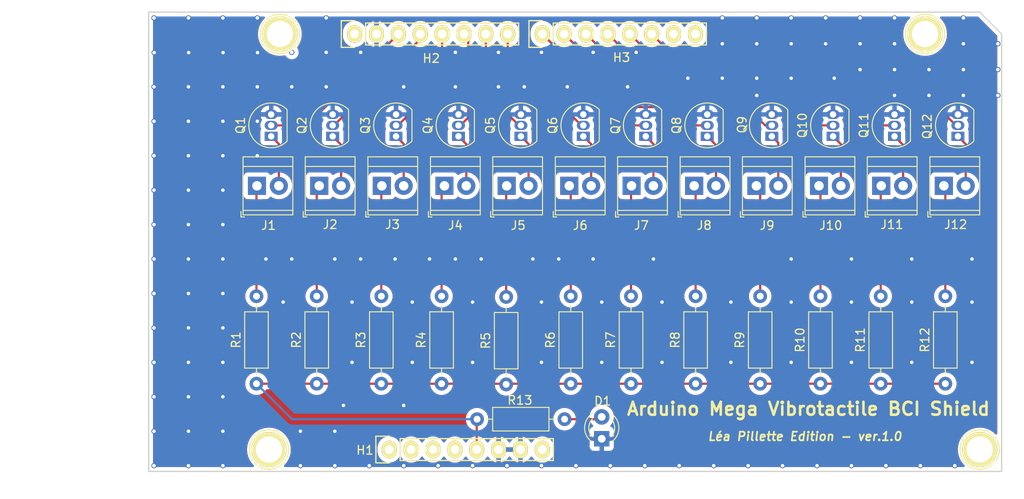
<source format=kicad_pcb>
(kicad_pcb (version 20211014) (generator pcbnew)
  (title_block (date "mar. 31 mars 2015"))
  (layers (0 "F.Cu" signal) (31 "B.Cu" signal) (34 "B.Paste" user) (35 "F.Paste" user) (36 "B.SilkS" user "B.Silkscreen") (37 "F.SilkS" user "F.Silkscreen") (38 "B.Mask" user) (39 "F.Mask" user) (44 "Edge.Cuts" user))
  (net 0 "")
  (net 1 "GND")
  (net 2 "+5V")
  (net 3 "/IOREF")
  (net 4 "/Reset")
  (net 5 "/Vin")
  (net 6 "+3V3")
  (net 7 "Net-(D1-Pad2)")
  (net 10 "/MOT12_CMD")
  (net 11 "/MOT11_CMD")
  (net 12 "/MOT10_CMD")
  (net 13 "/MOT9_CMD")
  (net 14 "/MOT8_CMD")
  (net 15 "/MOT7_CMD")
  (net 16 "/MOT6_CMD")
  (net 17 "/MOT5_CMD")
  (net 18 "/MOT4_CMD")
  (net 19 "/MOT3_CMD")
  (net 20 "/MOT2_CMD")
  (net 21 "/MOT1_CMD")
  (net 24 "Net-(J1-Pad1)")
  (net 25 "Net-(J1-Pad2)")
  (net 26 "Net-(J2-Pad1)")
  (net 27 "Net-(J2-Pad2)")
  (net 28 "Net-(J3-Pad1)")
  (net 29 "Net-(J3-Pad2)")
  (net 30 "Net-(J4-Pad1)")
  (net 31 "Net-(J4-Pad2)")
  (net 32 "Net-(J5-Pad1)")
  (net 33 "Net-(J5-Pad2)")
  (net 34 "Net-(J6-Pad1)")
  (net 35 "Net-(J6-Pad2)")
  (net 36 "Net-(J7-Pad1)")
  (net 37 "Net-(J7-Pad2)")
  (net 38 "Net-(J8-Pad1)")
  (net 39 "Net-(J8-Pad2)")
  (net 40 "Net-(J9-Pad1)")
  (net 41 "Net-(J9-Pad2)")
  (net 42 "Net-(J10-Pad1)")
  (net 43 "Net-(J10-Pad2)")
  (net 44 "Net-(J11-Pad1)")
  (net 45 "Net-(J11-Pad2)")
  (net 46 "Net-(J12-Pad1)")
  (net 47 "Net-(J12-Pad2)")
  (footprint "Socket_Arduino_Mega:Socket_Strip_Arduino_1x08" (layer "F.Cu") (at 131.318 119.126)
    (fp_text reference "H1" (at -2.818 0.074) (layer "F.SilkS"))
    (fp_text value "Power")
    (pad "1" thru_hole oval locked (at 0 0) (size 1.7272 2.032) (drill 1.016) (layers *.Cu *.Mask "F.SilkS"))
    (pad "2" thru_hole oval locked (at 2.54 0) (size 1.7272 2.032) (drill 1.016) (layers *.Cu *.Mask "F.SilkS") (net 3 "/IOREF"))
    (pad "3" thru_hole oval locked (at 5.08 0) (size 1.7272 2.032) (drill 1.016) (layers *.Cu *.Mask "F.SilkS") (net 4 "/Reset"))
    (pad "4" thru_hole oval locked (at 7.62 0) (size 1.7272 2.032) (drill 1.016) (layers *.Cu *.Mask "F.SilkS") (net 6 "+3V3"))
    (pad "5" thru_hole oval locked (at 10.16 0) (size 1.7272 2.032) (drill 1.016) (layers *.Cu *.Mask "F.SilkS") (net 2 "+5V"))
    (pad "6" thru_hole oval locked (at 12.7 0) (size 1.7272 2.032) (drill 1.016) (layers *.Cu *.Mask "F.SilkS") (net 1 "GND"))
    (pad "7" thru_hole oval locked (at 15.24 0) (size 1.7272 2.032) (drill 1.016) (layers *.Cu *.Mask "F.SilkS") (net 1 "GND"))
    (pad "8" thru_hole oval locked (at 17.78 0) (size 1.7272 2.032) (drill 1.016) (layers *.Cu *.Mask "F.SilkS") (net 5 "/Vin"))
  )
  (footprint "Socket_Arduino_Mega:Socket_Strip_Arduino_1x08" (layer "F.Cu") (at 149.098 70.866)
    (fp_text reference "H3" (at 9.202 2.734) (layer "F.SilkS"))
    (fp_text value "PWM")
    (pad "1" thru_hole oval locked (at 0 0) (size 1.7272 2.032) (drill 1.016) (layers *.Cu *.Mask "F.SilkS") (net 16 "/MOT6_CMD"))
    (pad "2" thru_hole oval locked (at 2.54 0) (size 1.7272 2.032) (drill 1.016) (layers *.Cu *.Mask "F.SilkS") (net 17 "/MOT5_CMD"))
    (pad "3" thru_hole oval locked (at 5.08 0) (size 1.7272 2.032) (drill 1.016) (layers *.Cu *.Mask "F.SilkS") (net 18 "/MOT4_CMD"))
    (pad "4" thru_hole oval locked (at 7.62 0) (size 1.7272 2.032) (drill 1.016) (layers *.Cu *.Mask "F.SilkS") (net 19 "/MOT3_CMD"))
    (pad "5" thru_hole oval locked (at 10.16 0) (size 1.7272 2.032) (drill 1.016) (layers *.Cu *.Mask "F.SilkS") (net 20 "/MOT2_CMD"))
    (pad "6" thru_hole oval locked (at 12.7 0) (size 1.7272 2.032) (drill 1.016) (layers *.Cu *.Mask "F.SilkS") (net 21 "/MOT1_CMD"))
    (pad "7" thru_hole oval locked (at 15.24 0) (size 1.7272 2.032) (drill 1.016) (layers *.Cu *.Mask "F.SilkS"))
    (pad "8" thru_hole oval locked (at 17.78 0) (size 1.7272 2.032) (drill 1.016) (layers *.Cu *.Mask "F.SilkS"))
  )
  (footprint "Socket_Arduino_Mega:Arduino_1pin" (layer "F.Cu") (at 117.348 119.126)
    (fp_text reference "P1" hide)
    (fp_text value "CONN_01X01" hide)
    (pad "1" thru_hole circle locked (at 0 0) (size 4.064 4.064) (drill 3.048) (layers *.Cu *.Mask "F.SilkS"))
  )
  (footprint "Socket_Arduino_Mega:Arduino_1pin" (layer "F.Cu") (at 199.898 119.126)
    (fp_text reference "P3" hide)
    (fp_text value "CONN_01X01" hide)
    (pad "1" thru_hole circle locked (at 0 0) (size 4.064 4.064) (drill 3.048) (layers *.Cu *.Mask "F.SilkS"))
  )
  (footprint "Socket_Arduino_Mega:Arduino_1pin" (layer "F.Cu") (at 118.618 70.866)
    (fp_text reference "P4" hide)
    (fp_text value "CONN_01X01" hide)
    (pad "1" thru_hole circle locked (at 0 0) (size 4.064 4.064) (drill 3.048) (layers *.Cu *.Mask "F.SilkS"))
  )
  (footprint "Socket_Arduino_Mega:Arduino_1pin" (layer "F.Cu") (at 193.548 70.866)
    (fp_text reference "P2" hide)
    (fp_text value "CONN_01X01" hide)
    (pad "1" thru_hole circle locked (at 0 0) (size 4.064 4.064) (drill 3.048) (layers *.Cu *.Mask "F.SilkS"))
  )
  (footprint "Socket_Arduino_Mega:Socket_Strip_Arduino_1x08" (layer "F.Cu") (at 127.3 70.866)
    (fp_text reference "H2" (at 8.9 2.834) (layer "F.SilkS"))
    (fp_text value "PWM")
    (pad "1" thru_hole oval (at 0 0) (size 1.7272 2.032) (drill 1.016) (layers *.Cu *.Mask "F.SilkS"))
    (pad "2" thru_hole oval (at 2.54 0) (size 1.7272 2.032) (drill 1.016) (layers *.Cu *.Mask "F.SilkS") (net 1 "GND"))
    (pad "3" thru_hole oval (at 5.08 0) (size 1.7272 2.032) (drill 1.016) (layers *.Cu *.Mask "F.SilkS") (net 10 "/MOT12_CMD"))
    (pad "4" thru_hole oval (at 7.62 0) (size 1.7272 2.032) (drill 1.016) (layers *.Cu *.Mask "F.SilkS") (net 11 "/MOT11_CMD"))
    (pad "5" thru_hole oval (at 10.16 0) (size 1.7272 2.032) (drill 1.016) (layers *.Cu *.Mask "F.SilkS") (net 12 "/MOT10_CMD"))
    (pad "6" thru_hole oval (at 12.7 0) (size 1.7272 2.032) (drill 1.016) (layers *.Cu *.Mask "F.SilkS") (net 13 "/MOT9_CMD"))
    (pad "7" thru_hole oval (at 15.24 0) (size 1.7272 2.032) (drill 1.016) (layers *.Cu *.Mask "F.SilkS") (net 14 "/MOT8_CMD"))
    (pad "8" thru_hole oval (at 17.78 0) (size 1.7272 2.032) (drill 1.016) (layers *.Cu *.Mask "F.SilkS") (net 15 "/MOT7_CMD"))
  )
  (footprint "SamacSys:TE_Connectivity282834-2" (layer "F.Cu") (at 181.23 88.5)
    (fp_text reference "J10" (at 1.37 4.6) (layer "F.SilkS"))
    (fp_text value "1776276-2")
    (pad "1" thru_hole rect (at 0 0) (size 2.1 2.1) (drill 1.1) (layers *.Cu *.Mask) (net 42 "Net-(J10-Pad1)"))
    (pad "2" thru_hole circle (at 2.54 0) (size 2.1 2.1) (drill 1.1) (layers *.Cu *.Mask) (net 43 "Net-(J10-Pad2)"))
  )
  (footprint "SamacSys:TE_Connectivity282834-2" (layer "F.Cu") (at 144.96 88.5)
    (fp_text reference "J5" (at 1.34 4.6) (layer "F.SilkS"))
    (fp_text value "1776276-2")
    (pad "1" thru_hole rect (at 0 0) (size 2.1 2.1) (drill 1.1) (layers *.Cu *.Mask) (net 32 "Net-(J5-Pad1)"))
    (pad "2" thru_hole circle (at 2.54 0) (size 2.1 2.1) (drill 1.1) (layers *.Cu *.Mask) (net 33 "Net-(J5-Pad2)"))
  )
  (footprint "SamacSys:TE_Connectivity282834-2" (layer "F.Cu") (at 166.73 88.5)
    (fp_text reference "J8" (at 1.17 4.6) (layer "F.SilkS"))
    (fp_text value "1776276-2")
    (pad "1" thru_hole rect (at 0 0) (size 2.1 2.1) (drill 1.1) (layers *.Cu *.Mask) (net 38 "Net-(J8-Pad1)"))
    (pad "2" thru_hole circle (at 2.54 0) (size 2.1 2.1) (drill 1.1) (layers *.Cu *.Mask) (net 39 "Net-(J8-Pad2)"))
  )
  (footprint "Resistor_THT:R_Axial_DIN0207_L6.3mm_D2.5mm_P10.16mm_Horizontal" (layer "F.Cu") (at 115.9 111.48 90)
    (fp_text reference "R1" (at 5.08 -2.37 90) (layer "F.SilkS"))
    (fp_text value "24R")
    (pad "1" thru_hole circle (at 0 0 90) (size 1.6 1.6) (drill 0.8) (layers *.Cu *.Mask) (net 2 "+5V"))
    (pad "2" thru_hole oval (at 10.16 0 90) (size 1.6 1.6) (drill 0.8) (layers *.Cu *.Mask) (net 24 "Net-(J1-Pad1)"))
  )
  (footprint "Resistor_THT:R_Axial_DIN0207_L6.3mm_D2.5mm_P10.16mm_Horizontal" (layer "F.Cu") (at 144.9 111.56 90)
    (fp_text reference "R5" (at 5.08 -2.37 90) (layer "F.SilkS"))
    (fp_text value "24R")
    (pad "1" thru_hole circle (at 0 0 90) (size 1.6 1.6) (drill 0.8) (layers *.Cu *.Mask) (net 2 "+5V"))
    (pad "2" thru_hole oval (at 10.16 0 90) (size 1.6 1.6) (drill 0.8) (layers *.Cu *.Mask) (net 32 "Net-(J5-Pad1)"))
  )
  (footprint "Resistor_THT:R_Axial_DIN0207_L6.3mm_D2.5mm_P10.16mm_Horizontal" (layer "F.Cu") (at 159.4 111.48 90)
    (fp_text reference "R7" (at 5.08 -2.37 90) (layer "F.SilkS"))
    (fp_text value "24R")
    (pad "1" thru_hole circle (at 0 0 90) (size 1.6 1.6) (drill 0.8) (layers *.Cu *.Mask) (net 2 "+5V"))
    (pad "2" thru_hole oval (at 10.16 0 90) (size 1.6 1.6) (drill 0.8) (layers *.Cu *.Mask) (net 36 "Net-(J7-Pad1)"))
  )
  (footprint "Resistor_THT:R_Axial_DIN0207_L6.3mm_D2.5mm_P10.16mm_Horizontal" (layer "F.Cu") (at 130.4 111.48 90)
    (fp_text reference "R3" (at 5.08 -2.37 90) (layer "F.SilkS"))
    (fp_text value "24R")
    (pad "1" thru_hole circle (at 0 0 90) (size 1.6 1.6) (drill 0.8) (layers *.Cu *.Mask) (net 2 "+5V"))
    (pad "2" thru_hole oval (at 10.16 0 90) (size 1.6 1.6) (drill 0.8) (layers *.Cu *.Mask) (net 28 "Net-(J3-Pad1)"))
  )
  (footprint "Package_TO_SOT_THT:TO-92_Inline" (layer "F.Cu") (at 161.11 82.75 90)
    (fp_text reference "Q7" (at 1.25 -3.51 90) (layer "F.SilkS"))
    (fp_text value "BS170")
    (pad "1" thru_hole rect (at 0 0 90) (size 1.05 1.5) (drill 0.75) (layers *.Cu *.Mask) (net 37 "Net-(J7-Pad2)"))
    (pad "2" thru_hole oval (at 1.27 0 90) (size 1.05 1.5) (drill 0.75) (layers *.Cu *.Mask) (net 16 "/MOT6_CMD"))
    (pad "3" thru_hole oval (at 2.54 0 90) (size 1.05 1.5) (drill 0.75) (layers *.Cu *.Mask) (net 1 "GND"))
  )
  (footprint "Package_TO_SOT_THT:TO-92_Inline" (layer "F.Cu") (at 139.36 82.75 90)
    (fp_text reference "Q4" (at 1.27 -3.56 90) (layer "F.SilkS"))
    (fp_text value "BS170")
    (pad "1" thru_hole rect (at 0 0 90) (size 1.05 1.5) (drill 0.75) (layers *.Cu *.Mask) (net 31 "Net-(J4-Pad2)"))
    (pad "2" thru_hole oval (at 1.27 0 90) (size 1.05 1.5) (drill 0.75) (layers *.Cu *.Mask) (net 13 "/MOT9_CMD"))
    (pad "3" thru_hole oval (at 2.54 0 90) (size 1.05 1.5) (drill 0.75) (layers *.Cu *.Mask) (net 1 "GND"))
  )
  (footprint "Package_TO_SOT_THT:TO-92_Inline" (layer "F.Cu") (at 124.75 82.75 90)
    (fp_text reference "Q2" (at 1.27 -3.56 90) (layer "F.SilkS"))
    (fp_text value "BS170")
    (pad "1" thru_hole rect (at 0 0 90) (size 1.05 1.5) (drill 0.75) (layers *.Cu *.Mask) (net 27 "Net-(J2-Pad2)"))
    (pad "2" thru_hole oval (at 1.27 0 90) (size 1.05 1.5) (drill 0.75) (layers *.Cu *.Mask) (net 11 "/MOT11_CMD"))
    (pad "3" thru_hole oval (at 2.54 0 90) (size 1.05 1.5) (drill 0.75) (layers *.Cu *.Mask) (net 1 "GND"))
  )
  (footprint "Package_TO_SOT_THT:TO-92_Inline" (layer "F.Cu") (at 153.86 82.75 90)
    (fp_text reference "Q6" (at 1.27 -3.56 90) (layer "F.SilkS"))
    (fp_text value "BS170")
    (pad "1" thru_hole rect (at 0 0 90) (size 1.05 1.5) (drill 0.75) (layers *.Cu *.Mask) (net 35 "Net-(J6-Pad2)"))
    (pad "2" thru_hole oval (at 1.27 0 90) (size 1.05 1.5) (drill 0.75) (layers *.Cu *.Mask) (net 15 "/MOT7_CMD"))
    (pad "3" thru_hole oval (at 2.54 0 90) (size 1.05 1.5) (drill 0.75) (layers *.Cu *.Mask) (net 1 "GND"))
  )
  (footprint "Resistor_THT:R_Axial_DIN0207_L6.3mm_D2.5mm_P10.16mm_Horizontal" (layer "F.Cu") (at 141.52 115.6)
    (fp_text reference "R13" (at 4.98 -2.2) (layer "F.SilkS"))
    (fp_text value "150R")
    (pad "1" thru_hole circle (at 0 0) (size 1.6 1.6) (drill 0.8) (layers *.Cu *.Mask) (net 2 "+5V"))
    (pad "2" thru_hole oval (at 10.16 0) (size 1.6 1.6) (drill 0.8) (layers *.Cu *.Mask) (net 7 "Net-(D1-Pad2)"))
  )
  (footprint "Resistor_THT:R_Axial_DIN0207_L6.3mm_D2.5mm_P10.16mm_Horizontal" (layer "F.Cu") (at 174.4 111.48 90)
    (fp_text reference "R9" (at 5.08 -2.37 90) (layer "F.SilkS"))
    (fp_text value "24R")
    (pad "1" thru_hole circle (at 0 0 90) (size 1.6 1.6) (drill 0.8) (layers *.Cu *.Mask) (net 2 "+5V"))
    (pad "2" thru_hole oval (at 10.16 0 90) (size 1.6 1.6) (drill 0.8) (layers *.Cu *.Mask) (net 40 "Net-(J9-Pad1)"))
  )
  (footprint "Package_TO_SOT_THT:TO-92_Inline" (layer "F.Cu") (at 190 82.75 90)
    (fp_text reference "Q11" (at 1.27 -3.56 90) (layer "F.SilkS"))
    (fp_text value "BS170")
    (pad "1" thru_hole rect (at 0 0 90) (size 1.05 1.5) (drill 0.75) (layers *.Cu *.Mask) (net 45 "Net-(J11-Pad2)"))
    (pad "2" thru_hole oval (at 1.27 0 90) (size 1.05 1.5) (drill 0.75) (layers *.Cu *.Mask) (net 20 "/MOT2_CMD"))
    (pad "3" thru_hole oval (at 2.54 0 90) (size 1.05 1.5) (drill 0.75) (layers *.Cu *.Mask) (net 1 "GND"))
  )
  (footprint "SamacSys:TE_Connectivity282834-2" (layer "F.Cu") (at 123.19 88.5)
    (fp_text reference "J2" (at 1.27 4.5) (layer "F.SilkS"))
    (fp_text value "1776276-2")
    (pad "1" thru_hole rect (at 0 0) (size 2.1 2.1) (drill 1.1) (layers *.Cu *.Mask) (net 26 "Net-(J2-Pad1)"))
    (pad "2" thru_hole circle (at 2.54 0) (size 2.1 2.1) (drill 1.1) (layers *.Cu *.Mask) (net 27 "Net-(J2-Pad2)"))
  )
  (footprint "Resistor_THT:R_Axial_DIN0207_L6.3mm_D2.5mm_P10.16mm_Horizontal" (layer "F.Cu") (at 166.9 111.48 90)
    (fp_text reference "R8" (at 5.08 -2.37 90) (layer "F.SilkS"))
    (fp_text value "24R")
    (pad "1" thru_hole circle (at 0 0 90) (size 1.6 1.6) (drill 0.8) (layers *.Cu *.Mask) (net 2 "+5V"))
    (pad "2" thru_hole oval (at 10.16 0 90) (size 1.6 1.6) (drill 0.8) (layers *.Cu *.Mask) (net 38 "Net-(J8-Pad1)"))
  )
  (footprint "Resistor_THT:R_Axial_DIN0207_L6.3mm_D2.5mm_P10.16mm_Horizontal" (layer "F.Cu") (at 152.4 111.48 90)
    (fp_text reference "R6" (at 5.08 -2.37 90) (layer "F.SilkS"))
    (fp_text value "24R")
    (pad "1" thru_hole circle (at 0 0 90) (size 1.6 1.6) (drill 0.8) (layers *.Cu *.Mask) (net 2 "+5V"))
    (pad "2" thru_hole oval (at 10.16 0 90) (size 1.6 1.6) (drill 0.8) (layers *.Cu *.Mask) (net 34 "Net-(J6-Pad1)"))
  )
  (footprint "LED_THT:LED_D3.0mm" (layer "F.Cu") (at 156 117.875 90)
    (fp_text reference "D1" (at 4.375 0.1 180) (layer "F.SilkS"))
    (fp_text value "LED")
    (pad "1" thru_hole rect (at 0 0 90) (size 1.8 1.8) (drill 0.9) (layers *.Cu *.Mask) (net 1 "GND"))
    (pad "2" thru_hole circle (at 2.54 0 90) (size 1.8 1.8) (drill 0.9) (layers *.Cu *.Mask) (net 7 "Net-(D1-Pad2)"))
  )
  (footprint "SamacSys:TE_Connectivity282834-2" (layer "F.Cu") (at 159.46 88.5)
    (fp_text reference "J7" (at 1.14 4.6) (layer "F.SilkS"))
    (fp_text value "1776276-2")
    (pad "1" thru_hole rect (at 0 0) (size 2.1 2.1) (drill 1.1) (layers *.Cu *.Mask) (net 36 "Net-(J7-Pad1)"))
    (pad "2" thru_hole circle (at 2.54 0) (size 2.1 2.1) (drill 1.1) (layers *.Cu *.Mask) (net 37 "Net-(J7-Pad2)"))
  )
  (footprint "SamacSys:TE_Connectivity282834-2" (layer "F.Cu") (at 188.46 88.5)
    (fp_text reference "J11" (at 1.24 4.5) (layer "F.SilkS"))
    (fp_text value "1776276-2")
    (pad "1" thru_hole rect (at 0 0) (size 2.1 2.1) (drill 1.1) (layers *.Cu *.Mask) (net 44 "Net-(J11-Pad1)"))
    (pad "2" thru_hole circle (at 2.54 0) (size 2.1 2.1) (drill 1.1) (layers *.Cu *.Mask) (net 45 "Net-(J11-Pad2)"))
  )
  (footprint "Package_TO_SOT_THT:TO-92_Inline" (layer "F.Cu") (at 132.11 82.75 90)
    (fp_text reference "Q3" (at 1.27 -3.56 90) (layer "F.SilkS"))
    (fp_text value "BS170")
    (pad "1" thru_hole rect (at 0 0 90) (size 1.05 1.5) (drill 0.75) (layers *.Cu *.Mask) (net 29 "Net-(J3-Pad2)"))
    (pad "2" thru_hole oval (at 1.27 0 90) (size 1.05 1.5) (drill 0.75) (layers *.Cu *.Mask) (net 12 "/MOT10_CMD"))
    (pad "3" thru_hole oval (at 2.54 0 90) (size 1.05 1.5) (drill 0.75) (layers *.Cu *.Mask) (net 1 "GND"))
  )
  (footprint "Package_TO_SOT_THT:TO-92_Inline" (layer "F.Cu") (at 168.25 82.75 90)
    (fp_text reference "Q8" (at 1.27 -3.56 90) (layer "F.SilkS"))
    (fp_text value "BS170")
    (pad "1" thru_hole rect (at 0 0 90) (size 1.05 1.5) (drill 0.75) (layers *.Cu *.Mask) (net 39 "Net-(J8-Pad2)"))
    (pad "2" thru_hole oval (at 1.27 0 90) (size 1.05 1.5) (drill 0.75) (layers *.Cu *.Mask) (net 17 "/MOT5_CMD"))
    (pad "3" thru_hole oval (at 2.54 0 90) (size 1.05 1.5) (drill 0.75) (layers *.Cu *.Mask) (net 1 "GND"))
  )
  (footprint "Package_TO_SOT_THT:TO-92_Inline" (layer "F.Cu") (at 182.86 82.75 90)
    (fp_text reference "Q10" (at 1.27 -3.56 90) (layer "F.SilkS"))
    (fp_text value "BS170")
    (pad "1" thru_hole rect (at 0 0 90) (size 1.05 1.5) (drill 0.75) (layers *.Cu *.Mask) (net 43 "Net-(J10-Pad2)"))
    (pad "2" thru_hole oval (at 1.27 0 90) (size 1.05 1.5) (drill 0.75) (layers *.Cu *.Mask) (net 19 "/MOT3_CMD"))
    (pad "3" thru_hole oval (at 2.54 0 90) (size 1.05 1.5) (drill 0.75) (layers *.Cu *.Mask) (net 1 "GND"))
  )
  (footprint "SamacSys:TE_Connectivity282834-2" (layer "F.Cu") (at 115.96 88.5)
    (fp_text reference "J1" (at 1.34 4.6) (layer "F.SilkS"))
    (fp_text value "1776276-2")
    (pad "1" thru_hole rect (at 0 0) (size 2.1 2.1) (drill 1.1) (layers *.Cu *.Mask) (net 24 "Net-(J1-Pad1)"))
    (pad "2" thru_hole circle (at 2.54 0) (size 2.1 2.1) (drill 1.1) (layers *.Cu *.Mask) (net 25 "Net-(J1-Pad2)"))
  )
  (footprint "SamacSys:TE_Connectivity282834-2" (layer "F.Cu") (at 195.73 88.5)
    (fp_text reference "J12" (at 1.37 4.5) (layer "F.SilkS"))
    (fp_text value "1776276-2")
    (pad "1" thru_hole rect (at 0 0) (size 2.1 2.1) (drill 1.1) (layers *.Cu *.Mask) (net 46 "Net-(J12-Pad1)"))
    (pad "2" thru_hole circle (at 2.54 0) (size 2.1 2.1) (drill 1.1) (layers *.Cu *.Mask) (net 47 "Net-(J12-Pad2)"))
  )
  (footprint "Resistor_THT:R_Axial_DIN0207_L6.3mm_D2.5mm_P10.16mm_Horizontal" (layer "F.Cu") (at 137.4 111.48 90)
    (fp_text reference "R4" (at 5.08 -2.37 90) (layer "F.SilkS"))
    (fp_text value "24R")
    (pad "1" thru_hole circle (at 0 0 90) (size 1.6 1.6) (drill 0.8) (layers *.Cu *.Mask) (net 2 "+5V"))
    (pad "2" thru_hole oval (at 10.16 0 90) (size 1.6 1.6) (drill 0.8) (layers *.Cu *.Mask) (net 30 "Net-(J4-Pad1)"))
  )
  (footprint "Resistor_THT:R_Axial_DIN0207_L6.3mm_D2.5mm_P10.16mm_Horizontal" (layer "F.Cu") (at 181.4 111.48 90)
    (fp_text reference "R10" (at 5.08 -2.37 90) (layer "F.SilkS"))
    (fp_text value "24R")
    (pad "1" thru_hole circle (at 0 0 90) (size 1.6 1.6) (drill 0.8) (layers *.Cu *.Mask) (net 2 "+5V"))
    (pad "2" thru_hole oval (at 10.16 0 90) (size 1.6 1.6) (drill 0.8) (layers *.Cu *.Mask) (net 42 "Net-(J10-Pad1)"))
  )
  (footprint "SamacSys:TE_Connectivity282834-2" (layer "F.Cu") (at 173.96 88.5)
    (fp_text reference "J9" (at 1.24 4.6) (layer "F.SilkS"))
    (fp_text value "1776276-2")
    (pad "1" thru_hole rect (at 0 0) (size 2.1 2.1) (drill 1.1) (layers *.Cu *.Mask) (net 40 "Net-(J9-Pad1)"))
    (pad "2" thru_hole circle (at 2.54 0) (size 2.1 2.1) (drill 1.1) (layers *.Cu *.Mask) (net 41 "Net-(J9-Pad2)"))
  )
  (footprint "Package_TO_SOT_THT:TO-92_Inline" (layer "F.Cu") (at 146.61 82.75 90)
    (fp_text reference "Q5" (at 1.27 -3.56 90) (layer "F.SilkS"))
    (fp_text value "BS170")
    (pad "1" thru_hole rect (at 0 0 90) (size 1.05 1.5) (drill 0.75) (layers *.Cu *.Mask) (net 33 "Net-(J5-Pad2)"))
    (pad "2" thru_hole oval (at 1.27 0 90) (size 1.05 1.5) (drill 0.75) (layers *.Cu *.Mask) (net 14 "/MOT8_CMD"))
    (pad "3" thru_hole oval (at 2.54 0 90) (size 1.05 1.5) (drill 0.75) (layers *.Cu *.Mask) (net 1 "GND"))
  )
  (footprint "SamacSys:TE_Connectivity282834-2" (layer "F.Cu") (at 152.23 88.5)
    (fp_text reference "J6" (at 1.27 4.6) (layer "F.SilkS"))
    (fp_text value "1776276-2")
    (pad "1" thru_hole rect (at 0 0) (size 2.1 2.1) (drill 1.1) (layers *.Cu *.Mask) (net 34 "Net-(J6-Pad1)"))
    (pad "2" thru_hole circle (at 2.54 0) (size 2.1 2.1) (drill 1.1) (layers *.Cu *.Mask) (net 35 "Net-(J6-Pad2)"))
  )
  (footprint "Package_TO_SOT_THT:TO-92_Inline" (layer "F.Cu") (at 117.61 82.75 90)
    (fp_text reference "Q1" (at 1.27 -3.56 90) (layer "F.SilkS"))
    (fp_text value "BS170")
    (pad "1" thru_hole rect (at 0 0 90) (size 1.05 1.5) (drill 0.75) (layers *.Cu *.Mask) (net 25 "Net-(J1-Pad2)"))
    (pad "2" thru_hole oval (at 1.27 0 90) (size 1.05 1.5) (drill 0.75) (layers *.Cu *.Mask) (net 10 "/MOT12_CMD"))
    (pad "3" thru_hole oval (at 2.54 0 90) (size 1.05 1.5) (drill 0.75) (layers *.Cu *.Mask) (net 1 "GND"))
  )
  (footprint "SamacSys:TE_Connectivity282834-2" (layer "F.Cu") (at 130.46 88.5)
    (fp_text reference "J3" (at 1.24 4.5) (layer "F.SilkS"))
    (fp_text value "1776276-2")
    (pad "1" thru_hole rect (at 0 0) (size 2.1 2.1) (drill 1.1) (layers *.Cu *.Mask) (net 28 "Net-(J3-Pad1)"))
    (pad "2" thru_hole circle (at 2.54 0) (size 2.1 2.1) (drill 1.1) (layers *.Cu *.Mask) (net 29 "Net-(J3-Pad2)"))
  )
  (footprint "Package_TO_SOT_THT:TO-92_Inline" (layer "F.Cu") (at 175.75 82.75 90)
    (fp_text reference "Q9" (at 1.35 -3.45 90) (layer "F.SilkS"))
    (fp_text value "BS170")
    (pad "1" thru_hole rect (at 0 0 90) (size 1.05 1.5) (drill 0.75) (layers *.Cu *.Mask) (net 41 "Net-(J9-Pad2)"))
    (pad "2" thru_hole oval (at 1.27 0 90) (size 1.05 1.5) (drill 0.75) (layers *.Cu *.Mask) (net 18 "/MOT4_CMD"))
    (pad "3" thru_hole oval (at 2.54 0 90) (size 1.05 1.5) (drill 0.75) (layers *.Cu *.Mask) (net 1 "GND"))
  )
  (footprint "Resistor_THT:R_Axial_DIN0207_L6.3mm_D2.5mm_P10.16mm_Horizontal" (layer "F.Cu") (at 122.9 111.48 90)
    (fp_text reference "R2" (at 5.08 -2.37 90) (layer "F.SilkS"))
    (fp_text value "24R")
    (pad "1" thru_hole circle (at 0 0 90) (size 1.6 1.6) (drill 0.8) (layers *.Cu *.Mask) (net 2 "+5V"))
    (pad "2" thru_hole oval (at 10.16 0 90) (size 1.6 1.6) (drill 0.8) (layers *.Cu *.Mask) (net 26 "Net-(J2-Pad1)"))
  )
  (footprint "SamacSys:TE_Connectivity282834-2" (layer "F.Cu") (at 137.73 88.5)
    (fp_text reference "J4" (at 1.27 4.6) (layer "F.SilkS"))
    (fp_text value "1776276-2")
    (pad "1" thru_hole rect (at 0 0) (size 2.1 2.1) (drill 1.1) (layers *.Cu *.Mask) (net 30 "Net-(J4-Pad1)"))
    (pad "2" thru_hole circle (at 2.54 0) (size 2.1 2.1) (drill 1.1) (layers *.Cu *.Mask) (net 31 "Net-(J4-Pad2)"))
  )
  (footprint "Resistor_THT:R_Axial_DIN0207_L6.3mm_D2.5mm_P10.16mm_Horizontal" (layer "F.Cu") (at 188.4 111.48 90)
    (fp_text reference "R11" (at 5.08 -2.37 90) (layer "F.SilkS"))
    (fp_text value "24R")
    (pad "1" thru_hole circle (at 0 0 90) (size 1.6 1.6) (drill 0.8) (layers *.Cu *.Mask) (net 2 "+5V"))
    (pad "2" thru_hole oval (at 10.16 0 90) (size 1.6 1.6) (drill 0.8) (layers *.Cu *.Mask) (net 44 "Net-(J11-Pad1)"))
  )
  (footprint "Package_TO_SOT_THT:TO-92_Inline" (layer "F.Cu") (at 197.36 82.75 90)
    (fp_text reference "Q12" (at 1.15 -3.56 90) (layer "F.SilkS"))
    (fp_text value "BS170")
    (pad "1" thru_hole rect (at 0 0 90) (size 1.05 1.5) (drill 0.75) (layers *.Cu *.Mask) (net 47 "Net-(J12-Pad2)"))
    (pad "2" thru_hole oval (at 1.27 0 90) (size 1.05 1.5) (drill 0.75) (layers *.Cu *.Mask) (net 21 "/MOT1_CMD"))
    (pad "3" thru_hole oval (at 2.54 0 90) (size 1.05 1.5) (drill 0.75) (layers *.Cu *.Mask) (net 1 "GND"))
  )
  (footprint "Resistor_THT:R_Axial_DIN0207_L6.3mm_D2.5mm_P10.16mm_Horizontal" (layer "F.Cu") (at 195.9 111.48 90)
    (fp_text reference "R12" (at 5.08 -2.37 90) (layer "F.SilkS"))
    (fp_text value "24R")
    (pad "1" thru_hole circle (at 0 0 90) (size 1.6 1.6) (drill 0.8) (layers *.Cu *.Mask) (net 2 "+5V"))
    (pad "2" thru_hole oval (at 10.16 0 90) (size 1.6 1.6) (drill 0.8) (layers *.Cu *.Mask) (net 46 "Net-(J12-Pad1)"))
  )
  (gr_line (start 103.378 121.666) (end 103.378 68.326) (layer "Edge.Cuts") (width 0.15))
  (gr_line (start 202.438 81.026) (end 202.438 120.396) (layer "Edge.Cuts") (width 0.15))
  (gr_line (start 202.438 121.666) (end 103.378 121.666) (layer "Edge.Cuts") (width 0.15))
  (gr_line (start 103.378 68.326) (end 199.898 68.326) (layer "Edge.Cuts") (width 0.15))
  (gr_line (start 199.898 68.326) (end 202.438 70.866) (layer "Edge.Cuts") (width 0.15))
  (gr_line (start 202.438 70.866) (end 202.438 81.026) (layer "Edge.Cuts") (width 0.15))
  (gr_line (start 202.438 120.396) (end 202.438 121.666) (layer "Edge.Cuts") (width 0.15))
  (gr_text "Léa Pillette Edition - ver.1.0" (at 179.6 117.6) (layer "F.SilkS") (effects (font (size 1 1) (thickness 0.2) italic)))
  (gr_text "Arduino Mega Vibrotactile BCI Shield" (at 180 114.4) (layer "F.SilkS") (effects (font (size 1.5 1.5) (thickness 0.3))))
  (via (at 120 73) (size 0.6) (drill 0.4) (layers "F.Cu" "B.Cu") (net 0))
  (via (at 178 102) (size 0.6) (drill 0.4) (layers "F.Cu" "B.Cu") (net 1))
  (via (at 139 77) (size 0.6) (drill 0.4) (layers "F.Cu" "B.Cu") (net 1))
  (via (at 169 121) (size 0.6) (drill 0.4) (layers "F.Cu" "B.Cu") (net 1))
  (via (at 181 121) (size 0.6) (drill 0.4) (layers "F.Cu" "B.Cu") (net 1))
  (via (at 185 102) (size 0.6) (drill 0.4) (layers "F.Cu" "B.Cu") (net 1))
  (via (at 155 73) (size 0.6) (drill 0.4) (layers "F.Cu" "B.Cu") (net 1))
  (via (at 112 109) (size 0.6) (drill 0.4) (layers "F.Cu" "B.Cu") (net 1))
  (via (at 173 121) (size 0.6) (drill 0.4) (layers "F.Cu" "B.Cu") (net 1))
  (via (at 112 105) (size 0.6) (drill 0.4) (layers "F.Cu" "B.Cu") (net 1))
  (via (at 104.023315 73.026168) (size 0.6) (drill 0.4) (layers "F.Cu" "B.Cu") (net 1))
  (via (at 112 121) (size 0.6) (drill 0.4) (layers "F.Cu" "B.Cu") (net 1))
  (via (at 148 97) (size 0.6) (drill 0.4) (layers "F.Cu" "B.Cu") (net 1))
  (via (at 199 102) (size 0.6) (drill 0.4) (layers "F.Cu" "B.Cu") (net 1))
  (via (at 139 73) (size 0.6) (drill 0.4) (layers "F.Cu" "B.Cu") (net 1))
  (via (at 178 109) (size 0.6) (drill 0.4) (layers "F.Cu" "B.Cu") (net 1))
  (via (at 104 97) (size 0.6) (drill 0.4) (layers "F.Cu" "B.Cu") (net 1))
  (via (at 116 81) (size 0.6) (drill 0.4) (layers "F.Cu" "B.Cu") (net 1))
  (via (at 136 97) (size 0.6) (drill 0.4) (layers "F.Cu" "B.Cu") (net 1))
  (via (at 116 77) (size 0.6) (drill 0.4) (layers "F.Cu" "B.Cu") (net 1))
  (via (at 112 81) (size 0.6) (drill 0.4) (layers "F.Cu" "B.Cu") (net 1))
  (via (at 127 109) (size 0.6) (drill 0.4) (layers "F.Cu" "B.Cu") (net 1))
  (via (at 185 97) (size 0.6) (drill 0.4) (layers "F.Cu" "B.Cu") (net 1))
  (via (at 112 89) (size 0.6) (drill 0.4) (layers "F.Cu" "B.Cu") (net 1))
  (via (at 104 117) (size 0.6) (drill 0.4) (layers "F.Cu" "B.Cu") (net 1))
  (via (at 134 109) (size 0.6) (drill 0.4) (layers "F.Cu" "B.Cu") (net 1))
  (via (at 112 85) (size 0.6) (drill 0.4) (layers "F.Cu" "B.Cu") (net 1))
  (via (at 149 73) (size 0.6) (drill 0.4) (layers "F.Cu" "B.Cu") (net 1))
  (via (at 189 121) (size 0.6) (drill 0.4) (layers "F.Cu" "B.Cu") (net 1))
  (via (at 120 97) (size 0.6) (drill 0.4) (layers "F.Cu" "B.Cu") (net 1))
  (via (at 112 97) (size 0.6) (drill 0.4) (layers "F.Cu" "B.Cu") (net 1))
  (via (at 186 69) (size 0.6) (drill 0.4) (layers "F.Cu" "B.Cu") (net 1))
  (via (at 104 85) (size 0.6) (drill 0.4) (layers "F.Cu" "B.Cu") (net 1))
  (via (at 104 81) (size 0.6) (drill 0.4) (layers "F.Cu" "B.Cu") (net 1))
  (via (at 202 75) (size 0.6) (drill 0.4) (layers "F.Cu" "B.Cu") (net 1))
  (via (at 142 97) (size 0.6) (drill 0.4) (layers "F.Cu" "B.Cu") (net 1))
  (via (at 170 76) (size 0.6) (drill 0.4) (layers "F.Cu" "B.Cu") (net 1))
  (via (at 132 97) (size 0.6) (drill 0.4) (layers "F.Cu" "B.Cu") (net 1))
  (via (at 190 69) (size 0.6) (drill 0.4) (layers "F.Cu" "B.Cu") (net 1))
  (via (at 108 101) (size 0.6) (drill 0.4) (layers "F.Cu" "B.Cu") (net 1))
  (via (at 134 102) (size 0.6) (drill 0.4) (layers "F.Cu" "B.Cu") (net 1))
  (via (at 194 75) (size 0.6) (drill 0.4) (layers "F.Cu" "B.Cu") (net 1))
  (via (at 108 81) (size 0.6) (drill 0.4) (layers "F.Cu" "B.Cu") (net 1))
  (via (at 119 102) (size 0.6) (drill 0.4) (layers "F.Cu" "B.Cu") (net 1))
  (via (at 133 114) (size 0.6) (drill 0.4) (layers "F.Cu" "B.Cu") (net 1))
  (via (at 165 121) (size 0.6) (drill 0.4) (layers "F.Cu" "B.Cu") (net 1))
  (via (at 178 69) (size 0.6) (drill 0.4) (layers "F.Cu" "B.Cu") (net 1))
  (via (at 125 121) (size 0.6) (drill 0.4) (layers "F.Cu" "B.Cu") (net 1))
  (via (at 178 76) (size 0.6) (drill 0.4) (layers "F.Cu" "B.Cu") (net 1))
  (via (at 156 102) (size 0.6) (drill 0.4) (layers "F.Cu" "B.Cu") (net 1))
  (via (at 174 78) (size 0.6) (drill 0.4) (layers "F.Cu" "B.Cu") (net 1))
  (via (at 149 121) (size 0.6) (drill 0.4) (layers "F.Cu" "B.Cu") (net 1))
  (via (at 153 121) (size 0.6) (drill 0.4) (layers "F.Cu" "B.Cu") (net 1))
  (via (at 124 73) (size 0.6) (drill 0.4) (layers "F.Cu" "B.Cu") (net 1))
  (via (at 137 121) (size 0.6) (drill 0.4) (layers "F.Cu" "B.Cu") (net 1))
  (via (at 141 121) (size 0.6) (drill 0.4) (layers "F.Cu" "B.Cu") (net 1))
  (via (at 112 93) (size 0.6) (drill 0.4) (layers "F.Cu" "B.Cu") (net 1))
  (via (at 127 102) (size 0.6) (drill 0.4) (layers "F.Cu" "B.Cu") (net 1))
  (via (at 202 72) (size 0.6) (drill 0.4) (layers "F.Cu" "B.Cu") (net 1))
  (via (at 108 117) (size 0.6) (drill 0.4) (layers "F.Cu" "B.Cu") (net 1))
  (via (at 144 73) (size 0.6) (drill 0.4) (layers "F.Cu" "B.Cu") (net 1))
  (via (at 124 69) (size 0.6) (drill 0.4) (layers "F.Cu" "B.Cu") (net 1))
  (via (at 177 121) (size 0.6) (drill 0.4) (layers "F.Cu" "B.Cu") (net 1))
  (via (at 112 77) (size 0.6) (drill 0.4) (layers "F.Cu" "B.Cu") (net 1))
  (via (at 193 121) (size 0.6) (drill 0.4) (layers "F.Cu" "B.Cu") (net 1))
  (via (at 198 72) (size 0.6) (drill 0.4) (layers "F.Cu" "B.Cu") (net 1))
  (via (at 112 101) (size 0.6) (drill 0.4) (layers "F.Cu" "B.Cu") (net 1))
  (via (at 133 121) (size 0.6) (drill 0.4) (layers "F.Cu" "B.Cu") (net 1))
  (via (at 104 121) (size 0.6) (drill 0.4) (layers "F.Cu" "B.Cu") (net 1))
  (via (at 156 109) (size 0.6) (drill 0.4) (layers "F.Cu" "B.Cu") (net 1))
  (via (at 163 102) (size 0.6) (drill 0.4) (layers "F.Cu" "B.Cu") (net 1))
  (via (at 199 97) (size 0.6) (drill 0.4) (layers "F.Cu" "B.Cu") (net 1))
  (via (at 198 69) (size 0.6) (drill 0.4) (layers "F.Cu" "B.Cu") (net 1))
  (via (at 108 97) (size 0.6) (drill 0.4) (layers "F.Cu" "B.Cu") (net 1))
  (via (at 144 77) (size 0.6) (drill 0.4) (layers "F.Cu" "B.Cu") (net 1))
  (via (at 192 102) (size 0.6) (drill 0.4) (layers "F.Cu" "B.Cu") (net 1))
  (via (at 185 121) (size 0.6) (drill 0.4) (layers "F.Cu" "B.Cu") (net 1))
  (via (at 192 109) (size 0.6) (drill 0.4) (layers "F.Cu" "B.Cu") (net 1))
  (via (at 116.023315 73.026168) (size 0.6) (drill 0.4) (layers "F.Cu" "B.Cu") (net 1))
  (via (at 108 77) (size 0.6) (drill 0.4) (layers "F.Cu" "B.Cu") (net 1))
  (via (at 198 78) (size 0.6) (drill 0.4) (layers "F.Cu" "B.Cu") (net 1))
  (via (at 108 85) (size 0.6) (drill 0.4) (layers "F.Cu" "B.Cu") (net 1))
  (via (at 112.023315 73.026168) (size 0.6) (drill 0.4) (layers "F.Cu" "B.Cu") (net 1))
  (via (at 170 69) (size 0.6) (drill 0.4) (layers "F.Cu" "B.Cu") (net 1))
  (via (at 108 93) (size 0.6) (drill 0.4) (layers "F.Cu" "B.Cu") (net 1))
  (via (at 139 97) (size 0.6) (drill 0.4) (layers "F.Cu" "B.Cu") (net 1))
  (via (at 124 77) (size 0.6) (drill 0.4) (layers "F.Cu" "B.Cu") (net 1))
  (via (at 104 113) (size 0.6) (drill 0.4) (layers "F.Cu" "B.Cu") (net 1))
  (via (at 104 109) (size 0.6) (drill 0.4) (layers "F.Cu" "B.Cu") (net 1))
  (via (at 108 109) (size 0.6) (drill 0.4) (layers "F.Cu" "B.Cu") (net 1))
  (via (at 178 97) (size 0.6) (drill 0.4) (layers "F.Cu" "B.Cu") (net 1))
  (via (at 162 97) (size 0.6) (drill 0.4) (layers "F.Cu" "B.Cu") (net 1))
  (via (at 194 78) (size 0.6) (drill 0.4) (layers "F.Cu" "B.Cu") (net 1))
  (via (at 149 109) (size 0.6) (drill 0.4) (layers "F.Cu" "B.Cu") (net 1))
  (via (at 108.023315 73.026168) (size 0.6) (drill 0.4) (layers "F.Cu" "B.Cu") (net 1))
  (via (at 171 102) (size 0.6) (drill 0.4) (layers "F.Cu" "B.Cu") (net 1))
  (via (at 160 73) (size 0.6) (drill 0.4) (layers "F.Cu" "B.Cu") (net 1))
  (via (at 190 75) (size 0.6) (drill 0.4) (layers "F.Cu" "B.Cu") (net 1))
  (via (at 174 69) (size 0.6) (drill 0.4) (layers "F.Cu" "B.Cu") (net 1))
  (via (at 157 121) (size 0.6) (drill 0.4) (layers "F.Cu" "B.Cu") (net 1))
  (via (at 174 76) (size 0.6) (drill 0.4) (layers "F.Cu" "B.Cu") (net 1))
  (via (at 112 69) (size 0.6) (drill 0.4) (layers "F.Cu" "B.Cu") (net 1))
  (via (at 126 114) (size 0.6) (drill 0.4) (layers "F.Cu" "B.Cu") (net 1))
  (via (at 141 109) (size 0.6) (drill 0.4) (layers "F.Cu" "B.Cu") (net 1))
  (via (at 182 72) (size 0.6) (drill 0.4) (layers "F.Cu" "B.Cu") (net 1))
  (via (at 199 109) (size 0.6) (drill 0.4) (layers "F.Cu" "B.Cu") (net 1))
  (via (at 128 97) (size 0.6) (drill 0.4) (layers "F.Cu" "B.Cu") (net 1))
  (via (at 192 97) (size 0.6) (drill 0.4) (layers "F.Cu" "B.Cu") (net 1))
  (via (at 155 97) (size 0.6) (drill 0.4) (layers "F.Cu" "B.Cu") (net 1))
  (via (at 161 121) (size 0.6) (drill 0.4) (layers "F.Cu" "B.Cu") (net 1))
  (via (at 147 77) (size 0.6) (drill 0.4) (layers "F.Cu" "B.Cu") (net 1))
  (via (at 145 121) (size 0.6) (drill 0.4) (layers "F.Cu" "B.Cu") (net 1))
  (via (at 182 69) (size 0.6) (drill 0.4) (layers "F.Cu" "B.Cu") (net 1))
  (via (at 185 109) (size 0.6) (drill 0.4) (layers "F.Cu" "B.Cu") (net 1))
  (via (at 116 85) (size 0.6) (drill 0.4) (layers "F.Cu" "B.Cu") (net 1))
  (via (at 141 102) (size 0.6) (drill 0.4) (layers "F.Cu" "B.Cu") (net 1))
  (via (at 178 72) (size 0.6) (drill 0.4) (layers "F.Cu" "B.Cu") (net 1))
  (via (at 198 75) (size 0.6) (drill 0.4) (layers "F.Cu" "B.Cu") (net 1))
  (via (at 125 97) (size 0.6) (drill 0.4) (layers "F.Cu" "B.Cu") (net 1))
  (via (at 104 89) (size 0.6) (drill 0.4) (layers "F.Cu" "B.Cu") (net 1))
  (via (at 152 77) (size 0.6) (drill 0.4) (layers "F.Cu" "B.Cu") (net 1))
  (via (at 149 102) (size 0.6) (drill 0.4) (layers "F.Cu" "B.Cu") (net 1))
  (via (at 112 113) (size 0.6) (drill 0.4) (layers "F.Cu" "B.Cu") (net 1))
  (via (at 171 109) (size 0.6) (drill 0.4) (layers "F.Cu" "B.Cu") (net 1))
  (via (at 120 77) (size 0.6) (drill 0.4) (layers "F.Cu" "B.Cu") (net 1))
  (via (at 104 77) (size 0.6) (drill 0.4) (layers "F.Cu" "B.Cu") (net 1))
  (via (at 108 113) (size 0.6) (drill 0.4) (layers "F.Cu" "B.Cu") (net 1))
  (via (at 104 101) (size 0.6) (drill 0.4) (layers "F.Cu" "B.Cu") (net 1))
  (via (at 108 89) (size 0.6) (drill 0.4) (layers "F.Cu" "B.Cu") (net 1))
  (via (at 108 69) (size 0.6) (drill 0.4) (layers "F.Cu" "B.Cu") (net 1))
  (via (at 190 78) (size 0.6) (drill 0.4) (layers "F.Cu" "B.Cu") (net 1))
  (via (at 108 121) (size 0.6) (drill 0.4) (layers "F.Cu" "B.Cu") (net 1))
  (via (at 166 76) (size 0.6) (drill 0.4) (layers "F.Cu" "B.Cu") (net 1))
  (via (at 104 105) (size 0.6) (drill 0.4) (layers "F.Cu" "B.Cu") (net 1))
  (via (at 197 121) (size 0.6) (drill 0.4) (layers "F.Cu" "B.Cu") (net 1))
  (via (at 121 117) (size 0.6) (drill 0.4) (layers "F.Cu" "B.Cu") (net 1))
  (via (at 170 72) (size 0.6) (drill 0.4) (layers "F.Cu" "B.Cu") (net 1))
  (via (at 129 121) (size 0.6) (drill 0.4) (layers "F.Cu" "B.Cu") (net 1))
  (via (at 133 77) (size 0.6) (drill 0.4) (layers "F.Cu" "B.Cu") (net 1))
  (via (at 163 109) (size 0.6) (drill 0.4) (layers "F.Cu" "B.Cu") (net 1))
  (via (at 190 72) (size 0.6) (drill 0.4) (layers "F.Cu" "B.Cu") (net 1))
  (via (at 128 73) (size 0.6) (drill 0.4) (layers "F.Cu" "B.Cu") (net 1))
  (via (at 151 97) (size 0.6) (drill 0.4) (layers "F.Cu" "B.Cu") (net 1))
  (via (at 183 76) (size 0.6) (drill 0.4) (layers "F.Cu" "B.Cu") (net 1))
  (via (at 117 97) (size 0.6) (drill 0.4) (layers "F.Cu" "B.Cu") (net 1))
  (via (at 186 72) (size 0.6) (drill 0.4) (layers "F.Cu" "B.Cu") (net 1))
  (via (at 104 69) (size 0.6) (drill 0.4) (layers "F.Cu" "B.Cu") (net 1))
  (via (at 174 72) (size 0.6) (drill 0.4) (layers "F.Cu" "B.Cu") (net 1))
  (via (at 116 69) (size 0.6) (drill 0.4) (layers "F.Cu" "B.Cu") (net 1))
  (via (at 159 77) (size 0.6) (drill 0.4) (layers "F.Cu" "B.Cu") (net 1))
  (via (at 125 117) (size 0.6) (drill 0.4) (layers "F.Cu" "B.Cu") (net 1))
  (via (at 121 121) (size 0.6) (drill 0.4) (layers "F.Cu" "B.Cu") (net 1))
  (via (at 186 75) (size 0.6) (drill 0.4) (layers "F.Cu" "B.Cu") (net 1))
  (via (at 202 78) (size 0.6) (drill 0.4) (layers "F.Cu" "B.Cu") (net 1))
  (via (at 104 93) (size 0.6) (drill 0.4) (layers "F.Cu" "B.Cu") (net 1))
  (via (at 108 105) (size 0.6) (drill 0.4) (layers "F.Cu" "B.Cu") (net 1))
  (via (at 112 117) (size 0.6) (drill 0.4) (layers "F.Cu" "B.Cu") (net 1))
  (segment (start 141.478 119.126) (end 141.478 115.642) (width 0.25) (layer "F.Cu") (net 2))
  (segment (start 115.9 111.48) (end 195.9 111.48) (width 0.25) (layer "F.Cu") (net 2))
  (segment (start 141.478 115.642) (end 141.52 115.6) (width 0.25) (layer "F.Cu") (net 2))
  (segment (start 141.52 115.6) (end 120.02 115.6) (width 0.25) (layer "B.Cu") (net 2))
  (segment (start 120.02 115.6) (end 115.9 111.48) (width 0.25) (layer "B.Cu") (net 2))
  (segment (start 151.68 115.6) (end 155.735 115.6) (width 0.25) (layer "F.Cu") (net 7))
  (segment (start 155.735 115.6) (end 156 115.335) (width 0.25) (layer "F.Cu") (net 7))
  (segment (start 117.61 81.48) (end 121.766 81.48) (width 0.25) (layer "F.Cu") (net 10))
  (segment (start 121.766 81.48) (end 132.38 70.866) (width 0.25) (layer "F.Cu") (net 10))
  (segment (start 134.92 71.466402) (end 134.92 70.866) (width 0.25) (layer "F.Cu") (net 11))
  (segment (start 124.906402 81.48) (end 134.92 71.466402) (width 0.25) (layer "F.Cu") (net 11))
  (segment (start 124.75 81.48) (end 124.906402 81.48) (width 0.25) (layer "F.Cu") (net 11))
  (segment (start 137.46 76.355) (end 137.46 70.866) (width 0.25) (layer "F.Cu") (net 12))
  (segment (start 132.335 81.48) (end 137.46 76.355) (width 0.25) (layer "F.Cu") (net 12))
  (segment (start 132.11 81.48) (end 132.335 81.48) (width 0.25) (layer "F.Cu") (net 12))
  (segment (start 139.36 81.48) (end 139.585 81.48) (width 0.25) (layer "F.Cu") (net 13))
  (segment (start 139.585 81.48) (end 140.5 80.565) (width 0.25) (layer "F.Cu") (net 13))
  (segment (start 140.5 71.366) (end 140 70.866) (width 0.25) (layer "F.Cu") (net 13))
  (segment (start 140.5 80.565) (end 140.5 71.366) (width 0.25) (layer "F.Cu") (net 13))
  (segment (start 146.61 81.48) (end 146.385 81.48) (width 0.25) (layer "F.Cu") (net 14))
  (segment (start 142.54 77.635) (end 142.54 70.866) (width 0.25) (layer "F.Cu") (net 14))
  (segment (start 146.385 81.48) (end 142.54 77.635) (width 0.25) (layer "F.Cu") (net 14))
  (segment (start 145.08 70.866) (end 145.08 72.925) (width 0.25) (layer "F.Cu") (net 15))
  (segment (start 153.635 81.48) (end 153.86 81.48) (width 0.25) (layer "F.Cu") (net 15))
  (segment (start 145.08 72.925) (end 153.635 81.48) (width 0.25) (layer "F.Cu") (net 15))
  (segment (start 159.712 81.48) (end 161.11 81.48) (width 0.25) (layer "F.Cu") (net 16))
  (segment (start 149.098 70.866) (end 159.712 81.48) (width 0.25) (layer "F.Cu") (net 16))
  (segment (start 168.25 81.48) (end 165.78 81.48) (width 0.25) (layer "F.Cu") (net 17))
  (segment (start 165.78 81.48) (end 163.66048 79.36048) (width 0.25) (layer "F.Cu") (net 17))
  (segment (start 160.13248 79.36048) (end 151.638 70.866) (width 0.25) (layer "F.Cu") (net 17))
  (segment (start 163.66048 79.36048) (end 160.13248 79.36048) (width 0.25) (layer "F.Cu") (net 17))
  (segment (start 162.22296 78.91096) (end 172.41096 78.91096) (width 0.25) (layer "F.Cu") (net 18))
  (segment (start 174.98 81.48) (end 175.75 81.48) (width 0.25) (layer "F.Cu") (net 18))
  (segment (start 154.178 70.866) (end 162.22296 78.91096) (width 0.25) (layer "F.Cu") (net 18))
  (segment (start 172.41096 78.91096) (end 174.98 81.48) (width 0.25) (layer "F.Cu") (net 18))
  (segment (start 177 77) (end 181.48 81.48) (width 0.25) (layer "F.Cu") (net 19))
  (segment (start 162.852 77) (end 177 77) (width 0.25) (layer "F.Cu") (net 19))
  (segment (start 156.718 70.866) (end 162.852 77) (width 0.25) (layer "F.Cu") (net 19))
  (segment (start 181.48 81.48) (end 182.86 81.48) (width 0.25) (layer "F.Cu") (net 19))
  (segment (start 163.492 75.1) (end 179.9 75.1) (width 0.25) (layer "F.Cu") (net 20))
  (segment (start 159.258 70.866) (end 163.492 75.1) (width 0.25) (layer "F.Cu") (net 20))
  (segment (start 179.9 75.1) (end 186.28 81.48) (width 0.25) (layer "F.Cu") (net 20))
  (segment (start 186.28 81.48) (end 190 81.48) (width 0.25) (layer "F.Cu") (net 20))
  (segment (start 164.432 73.5) (end 183 73.5) (width 0.25) (layer "F.Cu") (net 21))
  (segment (start 161.798 70.866) (end 164.432 73.5) (width 0.25) (layer "F.Cu") (net 21))
  (segment (start 183 73.5) (end 188.2 78.7) (width 0.25) (layer "F.Cu") (net 21))
  (segment (start 194.355 78.7) (end 197.135 81.48) (width 0.25) (layer "F.Cu") (net 21))
  (segment (start 188.2 78.7) (end 194.355 78.7) (width 0.25) (layer "F.Cu") (net 21))
  (segment (start 197.135 81.48) (end 197.36 81.48) (width 0.25) (layer "F.Cu") (net 21))
  (segment (start 115.9 101.32) (end 115.9 88.56) (width 0.25) (layer "F.Cu") (net 24))
  (segment (start 115.9 88.56) (end 115.96 88.5) (width 0.25) (layer "F.Cu") (net 24))
  (segment (start 118.5 88.5) (end 118.5 83.64) (width 0.25) (layer "F.Cu") (net 25))
  (segment (start 118.5 83.64) (end 117.61 82.75) (width 0.25) (layer "F.Cu") (net 25))
  (segment (start 122.9 88.79) (end 123.19 88.5) (width 0.25) (layer "F.Cu") (net 26))
  (segment (start 122.9 101.32) (end 122.9 88.79) (width 0.25) (layer "F.Cu") (net 26))
  (segment (start 125.73 83.73) (end 124.75 82.75) (width 0.25) (layer "F.Cu") (net 27))
  (segment (start 125.73 88.5) (end 125.73 83.73) (width 0.25) (layer "F.Cu") (net 27))
  (segment (start 130.4 88.56) (end 130.46 88.5) (width 0.25) (layer "F.Cu") (net 28))
  (segment (start 130.4 101.32) (end 130.4 88.56) (width 0.25) (layer "F.Cu") (net 28))
  (segment (start 133 88.5) (end 133 83.64) (width 0.25) (layer "F.Cu") (net 29))
  (segment (start 133 83.64) (end 132.11 82.75) (width 0.25) (layer "F.Cu") (net 29))
  (segment (start 137.4 88.83) (end 137.73 88.5) (width 0.25) (layer "F.Cu") (net 30))
  (segment (start 137.4 101.32) (end 137.4 88.83) (width 0.25) (layer "F.Cu") (net 30))
  (segment (start 140.27 83.66) (end 139.36 82.75) (width 0.25) (layer "F.Cu") (net 31))
  (segment (start 140.27 88.5) (end 140.27 83.66) (width 0.25) (layer "F.Cu") (net 31))
  (segment (start 144.9 101.4) (end 144.9 88.56) (width 0.25) (layer "F.Cu") (net 32))
  (segment (start 144.9 88.56) (end 144.96 88.5) (width 0.25) (layer "F.Cu") (net 32))
  (segment (start 147.5 88.5) (end 147.5 83.64) (width 0.25) (layer "F.Cu") (net 33))
  (segment (start 147.5 83.64) (end 146.61 82.75) (width 0.25) (layer "F.Cu") (net 33))
  (segment (start 152.4 88.67) (end 152.23 88.5) (width 0.25) (layer "F.Cu") (net 34))
  (segment (start 152.4 101.32) (end 152.4 88.67) (width 0.25) (layer "F.Cu") (net 34))
  (segment (start 154.77 88.5) (end 154.77 83.66) (width 0.25) (layer "F.Cu") (net 35))
  (segment (start 154.77 83.66) (end 153.86 82.75) (width 0.25) (layer "F.Cu") (net 35))
  (segment (start 159.4 88.56) (end 159.46 88.5) (width 0.25) (layer "F.Cu") (net 36))
  (segment (start 159.4 101.32) (end 159.4 88.56) (width 0.25) (layer "F.Cu") (net 36))
  (segment (start 162 83.64) (end 161.11 82.75) (width 0.25) (layer "F.Cu") (net 37))
  (segment (start 162 88.5) (end 162 83.64) (width 0.25) (layer "F.Cu") (net 37))
  (segment (start 166.9 101.32) (end 166.9 88.67) (width 0.25) (layer "F.Cu") (net 38))
  (segment (start 166.9 88.67) (end 166.73 88.5) (width 0.25) (layer "F.Cu") (net 38))
  (segment (start 169.27 88.5) (end 169.27 83.77) (width 0.25) (layer "F.Cu") (net 39))
  (segment (start 169.27 83.77) (end 168.25 82.75) (width 0.25) (layer "F.Cu") (net 39))
  (segment (start 174.4 88.94) (end 173.96 88.5) (width 0.25) (layer "F.Cu") (net 40))
  (segment (start 174.4 101.32) (end 174.4 88.94) (width 0.25) (layer "F.Cu") (net 40))
  (segment (start 176.5 83.5) (end 175.75 82.75) (width 0.25) (layer "F.Cu") (net 41))
  (segment (start 176.5 88.5) (end 176.5 83.5) (width 0.25) (layer "F.Cu") (net 41))
  (segment (start 181.4 88.67) (end 181.23 88.5) (width 0.25) (layer "F.Cu") (net 42))
  (segment (start 181.4 101.32) (end 181.4 88.67) (width 0.25) (layer "F.Cu") (net 42))
  (segment (start 183.77 88.5) (end 183.77 83.66) (width 0.25) (layer "F.Cu") (net 43))
  (segment (start 183.77 83.66) (end 182.86 82.75) (width 0.25) (layer "F.Cu") (net 43))
  (segment (start 188.4 88.56) (end 188.46 88.5) (width 0.25) (layer "F.Cu") (net 44))
  (segment (start 188.4 101.32) (end 188.4 88.56) (width 0.25) (layer "F.Cu") (net 44))
  (segment (start 191 88.5) (end 191 83.75) (width 0.25) (layer "F.Cu") (net 45))
  (segment (start 191 83.75) (end 190 82.75) (width 0.25) (layer "F.Cu") (net 45))
  (segment (start 195.9 88.67) (end 195.73 88.5) (width 0.25) (layer "F.Cu") (net 46))
  (segment (start 195.9 101.32) (end 195.9 88.67) (width 0.25) (layer "F.Cu") (net 46))
  (segment (start 198.27 88.5) (end 198.27 83.66) (width 0.25) (layer "F.Cu") (net 47))
  (segment (start 198.27 83.66) (end 197.36 82.75) (width 0.25) (layer "F.Cu") (net 47))
  (zone (net 1) (net_name "GND") (layers F&B.Cu) (connect_pads (clearance 0.508)) (min_thickness 0.254) (fill yes (thermal_gap 0.508) (thermal_bridge_width 0.508))
    (polygon (pts (xy 202.5 121.7) (xy 103.4 121.7) (xy 103.4 68.3) (xy 202.5 68.3)))
  )
)
</source>
